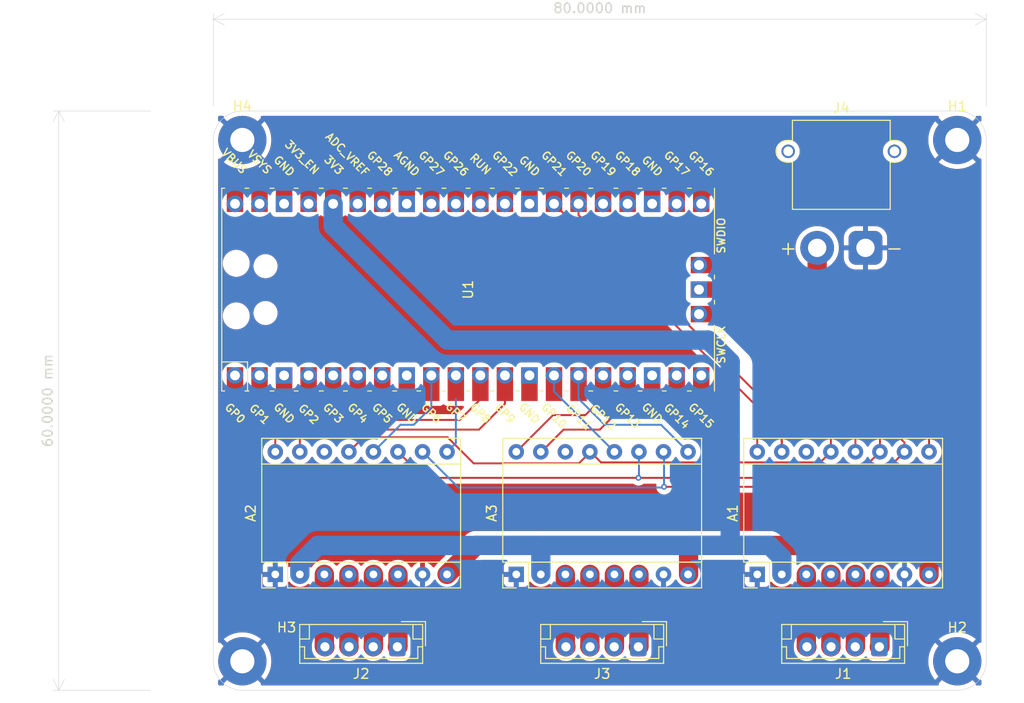
<source format=kicad_pcb>
(kicad_pcb (version 20241229) (generator "pcbnew") (generator_version "9.0")
  (layers (0 "F.Cu" signal) (2 "B.Cu" signal) (13 "F.Paste" user) (15 "B.Paste" user) (5 "F.SilkS" user "F.Silkscreen") (7 "B.SilkS" user "B.Silkscreen") (1 "F.Mask" user) (3 "B.Mask" user) (25 "Edge.Cuts" user))
  (net 0 "")
  (net 31 "Net-(A1-1A)")
  (net 32 "Net-(A1-1B)")
  (net 33 "/MOSI")
  (net 34 "GND")
  (net 35 "Net-(A1-2A)")
  (net 36 "/STEP_X")
  (net 37 "VDD")
  (net 38 "/ENA_X")
  (net 39 "VMOT")
  (net 40 "/DIR_X")
  (net 41 "/MISO")
  (net 42 "/CS_X")
  (net 43 "Net-(A1-2B)")
  (net 44 "/SCK")
  (net 45 "/CS_Y")
  (net 46 "/DIR_Y")
  (net 47 "Net-(A2-2A)")
  (net 48 "/ENA_Y")
  (net 49 "Net-(A2-1A)")
  (net 50 "/STEP_Y")
  (net 51 "Net-(A2-1B)")
  (net 52 "Net-(A2-2B)")
  (net 53 "Net-(A3-1A)")
  (net 54 "/STEP_Z")
  (net 55 "/DIR_Z")
  (net 56 "Net-(A3-2B)")
  (net 57 "/CS_Z")
  (net 58 "Net-(A3-2A)")
  (net 59 "Net-(A3-1B)")
  (net 60 "/ENA_Z")
  (footprint "Connector_AMASS:AMASS_XT30PW-M_1x02_P2.50mm_Horizontal" (layer "F.Cu") (at 183.5 124.175)
    (property "Reference" "J4" (at -2.5 -14.5 0) (layer "F.SilkS"))
    (property "Value" "Conn_01x02_Pin")
    (fp_text user "+" (at -8 0 0) (layer "F.SilkS") (effects (font (size 1.5 1.5))))
    (fp_text user "-" (at 3 0 0) (layer "F.SilkS") (effects (font (size 1.5 1.5))))
    (pad "" thru_hole circle (at -8 -10) (size 1.4 1.4) (drill 1) (layers "*.Cu" "*.Mask"))
    (pad "" thru_hole circle (at 3 -10) (size 1.4 1.4) (drill 1) (layers "*.Cu" "*.Mask"))
    (pad "1" thru_hole roundrect (at 0 0) (size 3.5 3.5) (drill 1.9) (layers "*.Cu" "*.Mask") (roundrect_rratio 0.22) (net 34 "GND"))
    (pad "2" thru_hole circle (at -5 0) (size 3.5 3.5) (drill 1.9) (layers "*.Cu" "*.Mask") (net 39 "VMOT"))
  )
  (footprint "Module:Pololu_Breakout-16_15.2x20.3mm" (layer "F.Cu") (at 147.355 158 90)
    (property "Reference" "A3" (at 6.35 -2.54 90) (layer "F.SilkS"))
    (property "Value" "SilentStepStick-TMC2130")
    (pad "1" thru_hole rect (at 0 0 90) (size 1.6 1.6) (drill 0.8) (layers "*.Cu" "*.Mask") (net 34 "GND"))
    (pad "2" thru_hole oval (at 0 2.54 90) (size 1.6 1.6) (drill 0.8) (layers "*.Cu" "*.Mask") (net 37 "VDD"))
    (pad "3" thru_hole oval (at 0 5.08 90) (size 1.6 1.6) (drill 0.8) (layers "*.Cu" "*.Mask") (net 59 "Net-(A3-1B)"))
    (pad "4" thru_hole oval (at 0 7.62 90) (size 1.6 1.6) (drill 0.8) (layers "*.Cu" "*.Mask") (net 53 "Net-(A3-1A)"))
    (pad "5" thru_hole oval (at 0 10.16 90) (size 1.6 1.6) (drill 0.8) (layers "*.Cu" "*.Mask") (net 58 "Net-(A3-2A)"))
    (pad "6" thru_hole oval (at 0 12.7 90) (size 1.6 1.6) (drill 0.8) (layers "*.Cu" "*.Mask") (net 56 "Net-(A3-2B)"))
    (pad "7" thru_hole oval (at 0 15.24 90) (size 1.6 1.6) (drill 0.8) (layers "*.Cu" "*.Mask") (net 34 "GND"))
    (pad "8" thru_hole oval (at 0 17.78 90) (size 1.6 1.6) (drill 0.8) (layers "*.Cu" "*.Mask") (net 39 "VMOT"))
    (pad "9" thru_hole oval (at 12.7 17.78 90) (size 1.6 1.6) (drill 0.8) (layers "*.Cu" "*.Mask") (net 60 "/ENA_Z"))
    (pad "10" thru_hole oval (at 12.7 15.24 90) (size 1.6 1.6) (drill 0.8) (layers "*.Cu" "*.Mask") (net 33 "/MOSI"))
    (pad "11" thru_hole oval (at 12.7 12.7 90) (size 1.6 1.6) (drill 0.8) (layers "*.Cu" "*.Mask") (net 44 "/SCK"))
    (pad "12" thru_hole oval (at 12.7 10.16 90) (size 1.6 1.6) (drill 0.8) (layers "*.Cu" "*.Mask") (net 57 "/CS_Z"))
    (pad "13" thru_hole oval (at 12.7 7.62 90) (size 1.6 1.6) (drill 0.8) (layers "*.Cu" "*.Mask") (net 41 "/MISO"))
    (pad "14" thru_hole oval (at 12.7 5.08 90) (size 1.6 1.6) (drill 0.8) (layers "*.Cu" "*.Mask"))
    (pad "15" thru_hole oval (at 12.7 2.54 90) (size 1.6 1.6) (drill 0.8) (layers "*.Cu" "*.Mask") (net 54 "/STEP_Z"))
    (pad "16" thru_hole oval (at 12.7 0 90) (size 1.6 1.6) (drill 0.8) (layers "*.Cu" "*.Mask") (net 55 "/DIR_Z"))
  )
  (footprint "Connector_JST:JST_EH_B4B-EH-A_1x04_P2.50mm_Vertical" (layer "F.Cu") (at 135.05 165.5 180)
    (property "Reference" "J2" (at 3.75 -2.8 0) (layer "F.SilkS"))
    (property "Value" "Conn_01x04_Pin")
    (pad "1" thru_hole roundrect (at 0 0 180) (size 1.7 1.95) (drill 0.95) (layers "*.Cu" "*.Mask") (roundrect_rratio 0.147059) (net 52 "Net-(A2-2B)"))
    (pad "2" thru_hole oval (at 2.5 0 180) (size 1.7 1.95) (drill 0.95) (layers "*.Cu" "*.Mask") (net 47 "Net-(A2-2A)"))
    (pad "3" thru_hole oval (at 5 0 180) (size 1.7 1.95) (drill 0.95) (layers "*.Cu" "*.Mask") (net 49 "Net-(A2-1A)"))
    (pad "4" thru_hole oval (at 7.5 0 180) (size 1.7 1.95) (drill 0.95) (layers "*.Cu" "*.Mask") (net 51 "Net-(A2-1B)"))
  )
  (footprint "MountingHole:MountingHole_2.5mm_Pad_TopBottom" (layer "F.Cu") (at 193 167)
    (property "Reference" "H2" (at 0 -3.5 0) (layer "F.SilkS"))
    (property "Value" "MountingHole_Pad")
    (pad "1" thru_hole circle (at 0 0) (size 2.9 2.9) (drill 2.5) (layers "*.Cu" "*.Mask") (net 34 "GND"))
    (pad "1" connect circle (at 0 0) (size 5 5) (layers "F.Cu" "F.Mask") (net 34 "GND"))
    (pad "1" connect circle (at 0 0) (size 5 5) (layers "B.Cu" "B.Mask") (net 34 "GND"))
  )
  (footprint "MountingHole:MountingHole_2.5mm_Pad_TopBottom" (layer "F.Cu") (at 193 113)
    (property "Reference" "H1" (at 0 -3.5 0) (layer "F.SilkS"))
    (property "Value" "MountingHole_Pad")
    (pad "1" thru_hole circle (at 0 0) (size 2.9 2.9) (drill 2.5) (layers "*.Cu" "*.Mask") (net 34 "GND"))
    (pad "1" connect circle (at 0 0) (size 5 5) (layers "F.Cu" "F.Mask") (net 34 "GND"))
    (pad "1" connect circle (at 0 0) (size 5 5) (layers "B.Cu" "B.Mask") (net 34 "GND"))
  )
  (footprint "Module:Pololu_Breakout-16_15.2x20.3mm" (layer "F.Cu") (at 122.41 158 90)
    (property "Reference" "A2" (at 6.35 -2.54 90) (layer "F.SilkS"))
    (property "Value" "SilentStepStick-TMC2130")
    (pad "1" thru_hole rect (at 0 0 90) (size 1.6 1.6) (drill 0.8) (layers "*.Cu" "*.Mask") (net 34 "GND"))
    (pad "2" thru_hole oval (at 0 2.54 90) (size 1.6 1.6) (drill 0.8) (layers "*.Cu" "*.Mask") (net 37 "VDD"))
    (pad "3" thru_hole oval (at 0 5.08 90) (size 1.6 1.6) (drill 0.8) (layers "*.Cu" "*.Mask") (net 51 "Net-(A2-1B)"))
    (pad "4" thru_hole oval (at 0 7.62 90) (size 1.6 1.6) (drill 0.8) (layers "*.Cu" "*.Mask") (net 49 "Net-(A2-1A)"))
    (pad "5" thru_hole oval (at 0 10.16 90) (size 1.6 1.6) (drill 0.8) (layers "*.Cu" "*.Mask") (net 47 "Net-(A2-2A)"))
    (pad "6" thru_hole oval (at 0 12.7 90) (size 1.6 1.6) (drill 0.8) (layers "*.Cu" "*.Mask") (net 52 "Net-(A2-2B)"))
    (pad "7" thru_hole oval (at 0 15.24 90) (size 1.6 1.6) (drill 0.8) (layers "*.Cu" "*.Mask") (net 34 "GND"))
    (pad "8" thru_hole oval (at 0 17.78 90) (size 1.6 1.6) (drill 0.8) (layers "*.Cu" "*.Mask") (net 39 "VMOT"))
    (pad "9" thru_hole oval (at 12.7 17.78 90) (size 1.6 1.6) (drill 0.8) (layers "*.Cu" "*.Mask") (net 48 "/ENA_Y"))
    (pad "10" thru_hole oval (at 12.7 15.24 90) (size 1.6 1.6) (drill 0.8) (layers "*.Cu" "*.Mask") (net 33 "/MOSI"))
    (pad "11" thru_hole oval (at 12.7 12.7 90) (size 1.6 1.6) (drill 0.8) (layers "*.Cu" "*.Mask") (net 44 "/SCK"))
    (pad "12" thru_hole oval (at 12.7 10.16 90) (size 1.6 1.6) (drill 0.8) (layers "*.Cu" "*.Mask") (net 45 "/CS_Y"))
    (pad "13" thru_hole oval (at 12.7 7.62 90) (size 1.6 1.6) (drill 0.8) (layers "*.Cu" "*.Mask") (net 41 "/MISO"))
    (pad "14" thru_hole oval (at 12.7 5.08 90) (size 1.6 1.6) (drill 0.8) (layers "*.Cu" "*.Mask"))
    (pad "15" thru_hole oval (at 12.7 2.54 90) (size 1.6 1.6) (drill 0.8) (layers "*.Cu" "*.Mask") (net 50 "/STEP_Y"))
    (pad "16" thru_hole oval (at 12.7 0 90) (size 1.6 1.6) (drill 0.8) (layers "*.Cu" "*.Mask") (net 46 "/DIR_Y"))
  )
  (footprint "MountingHole:MountingHole_2.5mm_Pad_TopBottom" (layer "F.Cu") (at 119 113)
    (property "Reference" "H4" (at 0 -3.5 0) (layer "F.SilkS"))
    (property "Value" "MountingHole_Pad")
    (pad "1" thru_hole circle (at 0 0) (size 2.9 2.9) (drill 2.5) (layers "*.Cu" "*.Mask") (net 34 "GND"))
    (pad "1" connect circle (at 0 0) (size 5 5) (layers "F.Cu" "F.Mask") (net 34 "GND"))
    (pad "1" connect circle (at 0 0) (size 5 5) (layers "B.Cu" "B.Mask") (net 34 "GND"))
  )
  (footprint "Connector_JST:JST_EH_B4B-EH-A_1x04_P2.50mm_Vertical" (layer "F.Cu") (at 159.995 165.5 180)
    (property "Reference" "J3" (at 3.75 -2.8 0) (layer "F.SilkS"))
    (property "Value" "Conn_01x04_Pin")
    (pad "1" thru_hole roundrect (at 0 0 180) (size 1.7 1.95) (drill 0.95) (layers "*.Cu" "*.Mask") (roundrect_rratio 0.147059) (net 56 "Net-(A3-2B)"))
    (pad "2" thru_hole oval (at 2.5 0 180) (size 1.7 1.95) (drill 0.95) (layers "*.Cu" "*.Mask") (net 58 "Net-(A3-2A)"))
    (pad "3" thru_hole oval (at 5 0 180) (size 1.7 1.95) (drill 0.95) (layers "*.Cu" "*.Mask") (net 53 "Net-(A3-1A)"))
    (pad "4" thru_hole oval (at 7.5 0 180) (size 1.7 1.95) (drill 0.95) (layers "*.Cu" "*.Mask") (net 59 "Net-(A3-1B)"))
  )
  (footprint "MountingHole:MountingHole_2.5mm_Pad_TopBottom" (layer "F.Cu") (at 119 167)
    (property "Reference" "H3" (at 4.58 -3.5 0) (layer "F.SilkS"))
    (property "Value" "MountingHole_Pad")
    (pad "1" thru_hole circle (at 0 0) (size 2.9 2.9) (drill 2.5) (layers "*.Cu" "*.Mask") (net 34 "GND"))
    (pad "1" connect circle (at 0 0) (size 5 5) (layers "F.Cu" "F.Mask") (net 34 "GND"))
    (pad "1" connect circle (at 0 0) (size 5 5) (layers "B.Cu" "B.Mask") (net 34 "GND"))
  )
  (footprint "Module:Pololu_Breakout-16_15.2x20.3mm" (layer "F.Cu") (at 172.3 158 90)
    (property "Reference" "A1" (at 6.35 -2.54 90) (layer "F.SilkS"))
    (property "Value" "SilentStepStick-TMC2130")
    (pad "1" thru_hole rect (at 0 0 90) (size 1.6 1.6) (drill 0.8) (layers "*.Cu" "*.Mask") (net 34 "GND"))
    (pad "2" thru_hole oval (at 0 2.54 90) (size 1.6 1.6) (drill 0.8) (layers "*.Cu" "*.Mask") (net 37 "VDD"))
    (pad "3" thru_hole oval (at 0 5.08 90) (size 1.6 1.6) (drill 0.8) (layers "*.Cu" "*.Mask") (net 32 "Net-(A1-1B)"))
    (pad "4" thru_hole oval (at 0 7.62 90) (size 1.6 1.6) (drill 0.8) (layers "*.Cu" "*.Mask") (net 31 "Net-(A1-1A)"))
    (pad "5" thru_hole oval (at 0 10.16 90) (size 1.6 1.6) (drill 0.8) (layers "*.Cu" "*.Mask") (net 35 "Net-(A1-2A)"))
    (pad "6" thru_hole oval (at 0 12.7 90) (size 1.6 1.6) (drill 0.8) (layers "*.Cu" "*.Mask") (net 43 "Net-(A1-2B)"))
    (pad "7" thru_hole oval (at 0 15.24 90) (size 1.6 1.6) (drill 0.8) (layers "*.Cu" "*.Mask") (net 34 "GND"))
    (pad "8" thru_hole oval (at 0 17.78 90) (size 1.6 1.6) (drill 0.8) (layers "*.Cu" "*.Mask") (net 39 "VMOT"))
    (pad "9" thru_hole oval (at 12.7 17.78 90) (size 1.6 1.6) (drill 0.8) (layers "*.Cu" "*.Mask") (net 38 "/ENA_X"))
    (pad "10" thru_hole oval (at 12.7 15.24 90) (size 1.6 1.6) (drill 0.8) (layers "*.Cu" "*.Mask") (net 33 "/MOSI"))
    (pad "11" thru_hole oval (at 12.7 12.7 90) (size 1.6 1.6) (drill 0.8) (layers "*.Cu" "*.Mask") (net 44 "/SCK"))
    (pad "12" thru_hole oval (at 12.7 10.16 90) (size 1.6 1.6) (drill 0.8) (layers "*.Cu" "*.Mask") (net 42 "/CS_X"))
    (pad "13" thru_hole oval (at 12.7 7.62 90) (size 1.6 1.6) (drill 0.8) (layers "*.Cu" "*.Mask") (net 41 "/MISO"))
    (pad "14" thru_hole oval (at 12.7 5.08 90) (size 1.6 1.6) (drill 0.8) (layers "*.Cu" "*.Mask"))
    (pad "15" thru_hole oval (at 12.7 2.54 90) (size 1.6 1.6) (drill 0.8) (layers "*.Cu" "*.Mask") (net 36 "/STEP_X"))
    (pad "16" thru_hole oval (at 12.7 0 90) (size 1.6 1.6) (drill 0.8) (layers "*.Cu" "*.Mask") (net 40 "/DIR_X"))
  )
  (footprint "Connector_JST:JST_EH_B4B-EH-A_1x04_P2.50mm_Vertical" (layer "F.Cu") (at 184.94 165.5 180)
    (property "Reference" "J1" (at 3.75 -2.8 0) (layer "F.SilkS"))
    (property "Value" "Conn_01x04_Pin")
    (pad "1" thru_hole roundrect (at 0 0 180) (size 1.7 1.95) (drill 0.95) (layers "*.Cu" "*.Mask") (roundrect_rratio 0.147059) (net 43 "Net-(A1-2B)"))
    (pad "2" thru_hole oval (at 2.5 0 180) (size 1.7 1.95) (drill 0.95) (layers "*.Cu" "*.Mask") (net 35 "Net-(A1-2A)"))
    (pad "3" thru_hole oval (at 5 0 180) (size 1.7 1.95) (drill 0.95) (layers "*.Cu" "*.Mask") (net 31 "Net-(A1-1A)"))
    (pad "4" thru_hole oval (at 7.5 0 180) (size 1.7 1.95) (drill 0.95) (layers "*.Cu" "*.Mask") (net 32 "Net-(A1-1B)"))
  )
  (footprint "MCU_RaspberryPi_and_Boards:RPi_Pico_SMD_TH" (layer "F.Cu") (at 142.37 128.5 90)
    (property "Reference" "U1" (at 0 0 90) (layer "F.SilkS"))
    (property "Value" "Pico")
    (fp_text user "GP13" (at -13.054 16.51 135) (layer "F.SilkS") (effects (font (size 0.8 0.8))))
    (fp_text user "GND" (at 12.8 19.05 135) (layer "F.SilkS") (effects (font (size 0.8 0.8))))
    (fp_text user "GP22" (at 13.054 3.81 135) (layer "F.SilkS") (effects (font (size 0.8 0.8))))
    (fp_text user "AGND" (at 13.054 -6.35 135) (layer "F.SilkS") (effects (font (size 0.8 0.8))))
    (fp_text user "GP15" (at -13.054 24.13 135) (layer "F.SilkS") (effects (font (size 0.8 0.8))))
    (fp_text user "3V3_EN" (at 13.7 -17.2 135) (layer "F.SilkS") (effects (font (size 0.8 0.8))))
    (fp_text user "GP9" (at -12.8 3.81 135) (layer "F.SilkS") (effects (font (size 0.8 0.8))))
    (fp_text user "GND" (at -12.8 6.35 135) (layer "F.SilkS") (effects (font (size 0.8 0.8))))
    (fp_text user "GP27" (at 13.054 -3.8 135) (layer "F.SilkS") (effects (font (size 0.8 0.8))))
    (fp_text user "GND" (at 12.8 -19.05 135) (layer "F.SilkS") (effects (font (size 0.8 0.8))))
    (fp_text user "GP7" (at -12.7 -1.3 135) (layer "F.SilkS") (effects (font (size 0.8 0.8))))
    (fp_text user "GND" (at -12.8 -6.35 135) (layer "F.SilkS") (effects (font (size 0.8 0.8))))
    (fp_text user "GP19" (at 13.054 13.97 135) (layer "F.SilkS") (effects (font (size 0.8 0.8))))
    (fp_text user "GND" (at -12.8 19.05 135) (layer "F.SilkS") (effects (font (size 0.8 0.8))))
    (fp_text user "GP4" (at -12.8 -11.43 135) (layer "F.SilkS") (effects (font (size 0.8 0.8))))
    (fp_text user "VBUS" (at 13.3 -24.2 135) (layer "F.SilkS") (effects (font (size 0.8 0.8))))
    (fp_text user "GP0" (at -12.8 -24.13 135) (layer "F.SilkS") (effects (font (size 0.8 0.8))))
    (fp_text user "GP8" (at -12.8 1.27 135) (layer "F.SilkS") (effects (font (size 0.8 0.8))))
    (fp_text user "GND" (at -12.8 -19.05 135) (layer "F.SilkS") (effects (font (size 0.8 0.8))))
    (fp_text user "GP3" (at -12.8 -13.97 135) (layer "F.SilkS") (effects (font (size 0.8 0.8))))
    (fp_text user "SWCLK" (at -5.7 26.2 90) (layer "F.SilkS") (effects (font (size 0.8 0.8))))
    (fp_text user "GP16" (at 13.054 24.13 135) (layer "F.SilkS") (effects (font (size 0.8 0.8))))
    (fp_text user "GP26" (at 13.054 -1.27 135) (layer "F.SilkS") (effects (font (size 0.8 0.8))))
    (fp_text user "GP14" (at -13.1 21.59 135) (layer "F.SilkS") (effects (font (size 0.8 0.8))))
    (fp_text user "RUN" (at 13 1.27 135) (layer "F.SilkS") (effects (font (size 0.8 0.8))))
    (fp_text user "GP17" (at 13.054 21.59 135) (layer "F.SilkS") (effects (font (size 0.8 0.8))))
    (fp_text user "GP28" (at 13.054 -9.144 135) (layer "F.SilkS") (effects (font (size 0.8 0.8))))
    (fp_text user "GP12" (at -13.2 13.97 135) (layer "F.SilkS") (effects (font (size 0.8 0.8))))
    (fp_text user "SWDIO" (at 5.6 26.2 90) (layer "F.SilkS") (effects (font (size 0.8 0.8))))
    (fp_text user "VSYS" (at 13.2 -21.59 135) (layer "F.SilkS") (effects (font (size 0.8 0.8))))
    (fp_text user "GP2" (at -12.9 -16.51 135) (layer "F.SilkS") (effects (font (size 0.8 0.8))))
    (fp_text user "GP18" (at 13.054 16.51 135) (layer "F.SilkS") (effects (font (size 0.8 0.8))))
    (fp_text user "GP11" (at -13.2 11.43 135) (layer "F.SilkS") (effects (font (size 0.8 0.8))))
    (fp_text user "GND" (at 12.8 6.35 135) (layer "F.SilkS") (effects (font (size 0.8 0.8))))
    (fp_text user "GP6" (at -12.8 -3.81 135) (layer "F.SilkS") (effects (font (size 0.8 0.8))))
    (fp_text user "ADC_VREF" (at 14 -12.5 135) (layer "F.SilkS") (effects (font (size 0.8 0.8))))
    (fp_text user "GP5" (at -12.8 -8.89 135) (layer "F.SilkS") (effects (font (size 0.8 0.8))))
    (fp_text user "GP21" (at 13.054 8.9 135) (layer "F.SilkS") (effects (font (size 0.8 0.8))))
    (fp_text user "GP10" (at -13.054 8.89 135) (layer "F.SilkS") (effects (font (size 0.8 0.8))))
    (fp_text user "GP20" (at 13.054 11.43 135) (layer "F.SilkS") (effects (font (size 0.8 0.8))))
    (fp_text user "3V3" (at 12.9 -13.9 135) (layer "F.SilkS") (effects (font (size 0.8 0.8))))
    (fp_text user "GP1" (at -12.9 -21.6 135) (layer "F.SilkS") (effects (font (size 0.8 0.8))))
    (pad "" np_thru_hole oval (at -2.725 -24 90) (size 1.8 1.8) (drill 1.8) (layers "*.Cu" "*.Mask"))
    (pad "" np_thru_hole oval (at -2.425 -20.97 90) (size 1.5 1.5) (drill 1.5) (layers "*.Cu" "*.Mask"))
    (pad "" np_thru_hole oval (at 2.425 -20.97 90) (size 1.5 1.5) (drill 1.5) (layers "*.Cu" "*.Mask"))
    (pad "" np_thru_hole oval (at 2.725 -24 90) (size 1.8 1.8) (drill 1.8) (layers "*.Cu" "*.Mask"))
    (pad "1" thru_hole oval (at -8.89 -24.13 90) (size 1.7 1.7) (drill 1.02) (layers "*.Cu" "*.Mask"))
    (pad "1" smd rect (at -8.89 -24.13 90) (size 3.5 1.7) (drill (offset -0.9 0)) (layers "F.Cu" "F.Mask"))
    (pad "2" thru_hole oval (at -8.89 -21.59 90) (size 1.7 1.7) (drill 1.02) (layers "*.Cu" "*.Mask"))
    (pad "2" smd rect (at -8.89 -21.59 90) (size 3.5 1.7) (drill (offset -0.9 0)) (layers "F.Cu" "F.Mask"))
    (pad "3" thru_hole rect (at -8.89 -19.05 90) (size 1.7 1.7) (drill 1.02) (layers "*.Cu" "*.Mask"))
    (pad "3" smd rect (at -8.89 -19.05 90) (size 3.5 1.7) (drill (offset -0.9 0)) (layers "F.Cu" "F.Mask"))
    (pad "4" thru_hole oval (at -8.89 -16.51 90) (size 1.7 1.7) (drill 1.02) (layers "*.Cu" "*.Mask"))
    (pad "4" smd rect (at -8.89 -16.51 90) (size 3.5 1.7) (drill (offset -0.9 0)) (layers "F.Cu" "F.Mask"))
    (pad "5" thru_hole oval (at -8.89 -13.97 90) (size 1.7 1.7) (drill 1.02) (layers "*.Cu" "*.Mask"))
    (pad "5" smd rect (at -8.89 -13.97 90) (size 3.5 1.7) (drill (offset -0.9 0)) (layers "F.Cu" "F.Mask"))
    (pad "6" thru_hole oval (at -8.89 -11.43 90) (size 1.7 1.7) (drill 1.02) (layers "*.Cu" "*.Mask"))
    (pad "6" smd rect (at -8.89 -11.43 90) (size 3.5 1.7) (drill (offset -0.9 0)) (layers "F.Cu" "F.Mask"))
    (pad "7" thru_hole oval (at -8.89 -8.89 90) (size 1.7 1.7) (drill 1.02) (layers "*.Cu" "*.Mask"))
    (pad "7" smd rect (at -8.89 -8.89 90) (size 3.5 1.7) (drill (offset -0.9 0)) (layers "F.Cu" "F.Mask"))
    (pad "8" thru_hole rect (at -8.89 -6.35 90) (size 1.7 1.7) (drill 1.02) (layers "*.Cu" "*.Mask"))
    (pad "8" smd rect (at -8.89 -6.35 90) (size 3.5 1.7) (drill (offset -0.9 0)) (layers "F.Cu" "F.Mask"))
    (pad "9" thru_hole oval (at -8.89 -3.81 90) (size 1.7 1.7) (drill 1.02) (layers "*.Cu" "*.Mask") (net 45 "/CS_Y"))
    (pad "9" smd rect (at -8.89 -3.81 90) (size 3.5 1.7) (drill (offset -0.9 0)) (layers "F.Cu" "F.Mask") (net 45 "/CS_Y"))
    (pad "10" thru_hole oval (at -8.89 -1.27 90) (size 1.7 1.7) (drill 1.02) (layers "*.Cu" "*.Mask") (net 48 "/ENA_Y"))
    (pad "10" smd rect (at -8.89 -1.27 90) (size 3.5 1.7) (drill (offset -0.9 0)) (layers "F.Cu" "F.Mask") (net 48 "/ENA_Y"))
    (pad "11" thru_hole oval (at -8.89 1.27 90) (size 1.7 1.7) (drill 1.02) (layers "*.Cu" "*.Mask") (net 46 "/DIR_Y"))
    (pad "11" smd rect (at -8.89 1.27 90) (size 3.5 1.7) (drill (offset -0.9 0)) (layers "F.Cu" "F.Mask") (net 46 "/DIR_Y"))
    (pad "12" thru_hole oval (at -8.89 3.81 90) (size 1.7 1.7) (drill 1.02) (layers "*.Cu" "*.Mask") (net 50 "/STEP_Y"))
    (pad "12" smd rect (at -8.89 3.81 90) (size 3.5 1.7) (drill (offset -0.9 0)) (layers "F.Cu" "F.Mask") (net 50 "/STEP_Y"))
    (pad "13" thru_hole rect (at -8.89 6.35 90) (size 1.7 1.7) (drill 1.02) (layers "*.Cu" "*.Mask"))
    (pad "13" smd rect (at -8.89 6.35 90) (size 3.5 1.7) (drill (offset -0.9 0)) (layers "F.Cu" "F.Mask"))
    (pad "14" thru_hole oval (at -8.89 8.89 90) (size 1.7 1.7) (drill 1.02) (layers "*.Cu" "*.Mask") (net 57 "/CS_Z"))
    (pad "14" smd rect (at -8.89 8.89 90) (size 3.5 1.7) (drill (offset -0.9 0)) (layers "F.Cu" "F.Mask") (net 57 "/CS_Z"))
    (pad "15" thru_hole oval (at -8.89 11.43 90) (size 1.7 1.7) (drill 1.02) (layers "*.Cu" "*.Mask") (net 60 "/ENA_Z"))
    (pad "15" smd rect (at -8.89 11.43 90) (size 3.5 1.7) (drill (offset -0.9 0)) (layers "F.Cu" "F.Mask") (net 60 "/ENA_Z"))
    (pad "16" thru_hole oval (at -8.89 13.97 90) (size 1.7 1.7) (drill 1.02) (layers "*.Cu" "*.Mask") (net 55 "/DIR_Z"))
    (pad "16" smd rect (at -8.89 13.97 90) (size 3.5 1.7) (drill (offset -0.9 0)) (layers "F.Cu" "F.Mask") (net 55 "/DIR_Z"))
    (pad "17" thru_hole oval (at -8.89 16.51 90) (size 1.7 1.7) (drill 1.02) (layers "*.Cu" "*.Mask") (net 54 "/STEP_Z"))
    (pad "17" smd rect (at -8.89 16.51 90) (size 3.5 1.7) (drill (offset -0.9 0)) (layers "F.Cu" "F.Mask") (net 54 "/STEP_Z"))
    (pad "18" thru_hole rect (at -8.89 19.05 90) (size 1.7 1.7) (drill 1.02) (layers "*.Cu" "*.Mask"))
    (pad "18" smd rect (at -8.89 19.05 90) (size 3.5 1.7) (drill (offset -0.9 0)) (layers "F.Cu" "F.Mask"))
    (pad "19" thru_hole oval (at -8.89 21.59 90) (size 1.7 1.7) (drill 1.02) (layers "*.Cu" "*.Mask"))
    (pad "19" smd rect (at -8.89 21.59 90) (size 3.5 1.7) (drill (offset -0.9 0)) (layers "F.Cu" "F.Mask"))
    (pad "20" thru_hole oval (at -8.89 24.13 90) (size 1.7 1.7) (drill 1.02) (layers "*.Cu" "*.Mask"))
    (pad "20" smd rect (at -8.89 24.13 90) (size 3.5 1.7) (drill (offset -0.9 0)) (layers "F.Cu" "F.Mask"))
    (pad "21" thru_hole oval (at 8.89 24.13 90) (size 1.7 1.7) (drill 1.02) (layers "*.Cu" "*.Mask") (net 41 "/MISO"))
    (pad "21" smd rect (at 8.89 24.13 90) (size 3.5 1.7) (drill (offset 0.9 0)) (layers "F.Cu" "F.Mask") (net 41 "/MISO"))
    (pad "22" thru_hole oval (at 8.89 21.59 90) (size 1.7 1.7) (drill 1.02) (layers "*.Cu" "*.Mask") (net 42 "/CS_X"))
    (pad "22" smd rect (at 8.89 21.59 90) (size 3.5 1.7) (drill (offset 0.9 0)) (layers "F.Cu" "F.Mask") (net 42 "/CS_X"))
    (pad "23" thru_hole rect (at 8.89 19.05 90) (size 1.7 1.7) (drill 1.02) (layers "*.Cu" "*.Mask"))
    (pad "23" smd rect (at 8.89 19.05 90) (size 3.5 1.7) (drill (offset 0.9 0)) (layers "F.Cu" "F.Mask"))
    (pad "24" thru_hole oval (at 8.89 16.51 90) (size 1.7 1.7) (drill 1.02) (layers "*.Cu" "*.Mask") (net 44 "/SCK"))
    (pad "24" smd rect (at 8.89 16.51 90) (size 3.5 1.7) (drill (offset 0.9 0)) (layers "F.Cu" "F.Mask") (net 44 "/SCK"))
    (pad "25" thru_hole oval (at 8.89 13.97 90) (size 1.7 1.7) (drill 1.02) (layers "*.Cu" "*.Mask") (net 33 "/MOSI"))
    (pad "25" smd rect (at 8.89 13.97 90) (size 3.5 1.7) (drill (offset 0.9 0)) (layers "F.Cu" "F.Mask") (net 33 "/MOSI"))
    (pad "26" thru_hole oval (at 8.89 11.43 90) (size 1.7 1.7) (drill 1.02) (layers "*.Cu" "*.Mask") (net 36 "/STEP_X"))
    (pad "26" smd rect (at 8.89 11.43 90) (size 3.5 1.7) (drill (offset 0.9 0)) (layers "F.Cu" "F.Mask") (net 36 "/STEP_X"))
    (pad "27" thru_hole oval (at 8.89 8.89 90) (size 1.7 1.7) (drill 1.02) (layers "*.Cu" "*.Mask") (net 40 "/DIR_X"))
    (pad "27" smd rect (at 8.89 8.89 90) (size 3.5 1.7) (drill (offset 0.9 0)) (layers "F.Cu" "F.Mask") (net 40 "/DIR_X"))
    (pad "28" thru_hole rect (at 8.89 6.35 90) (size 1.7 1.7) (drill 1.02) (layers "*.Cu" "*.Mask"))
    (pad "28" smd rect (at 8.89 6.35 90) (size 3.5 1.7) (drill (offset 0.9 0)) (layers "F.Cu" "F.Mask"))
    (pad "29" thru_hole oval (at 8.89 3.81 90) (size 1.7 1.7) (drill 1.02) (layers "*.Cu" "*.Mask") (net 38 "/ENA_X"))
    (pad "29" smd rect (at 8.89 3.81 90) (size 3.5 1.7) (drill (offset 0.9 0)) (layers "F.Cu" "F.Mask") (net 38 "/ENA_X"))
    (pad "30" thru_hole oval (at 8.89 1.27 90) (size 1.7 1.7) (drill 1.02) (layers "*.Cu" "*.Mask"))
    (pad "30" smd rect (at 8.89 1.27 90) (size 3.5 1.7) (drill (offset 0.9 0)) (layers "F.Cu" "F.Mask"))
    (pad "31" thru_hole oval (at 8.89 -1.27 90) (size 1.7 1.7) (drill 1.02) (layers "*.Cu" "*.Mask"))
    (pad "31" smd rect (at 8.89 -1.27 90) (size 3.5 1.7) (drill (offset 0.9 0)) (layers "F.Cu" "F.Mask"))
    (pad "32" thru_hole oval (at 8.89 -3.81 90) (size 1.7 1.7) (drill 1.02) (layers "*.Cu" "*.Mask"))
    (pad "32" smd rect (at 8.89 -3.81 90) (size 3.5 1.7) (drill (offset 0.9 0)) (layers "F.Cu" "F.Mask"))
    (pad "33" thru_hole rect (at 8.89 -6.35 90) (size 1.7 1.7) (drill 1.02) (layers "*.Cu" "*.Mask"))
    (pad "33" smd rect (at 8.89 -6.35 90) (size 3.5 1.7) (drill (offset 0.9 0)) (layers "F.Cu" "F.Mask"))
    (pad "34" thru_hole oval (at 8.89 -8.89 90) (size 1.7 1.7) (drill 1.02) (layers "*.Cu" "*.Mask"))
    (pad "34" smd rect (at 8.89 -8.89 90) (size 3.5 1.7) (drill (offset 0.9 0)) (layers "F.Cu" "F.Mask"))
    (pad "35" thru_hole oval (at 8.89 -11.43 90) (size 1.7 1.7) (drill 1.02) (layers "*.Cu" "*.Mask"))
    (pad "35" smd rect (at 8.89 -11.43 90) (size 3.5 1.7) (drill (offset 0.9 0)) (layers "F.Cu" "F.Mask"))
    (pad "36" thru_hole oval (at 8.89 -13.97 90) (size 1.7 1.7) (drill 1.02) (layers "*.Cu" "*.Mask") (net 37 "VDD"))
    (pad "36" smd rect (at 8.89 -13.97 90) (size 3.5 1.7) (drill (offset 0.9 0)) (layers "F.Cu" "F.Mask") (net 37 "VDD"))
    (pad "37" thru_hole oval (at 8.89 -16.51 90) (size 1.7 1.7) (drill 1.02) (layers "*.Cu" "*.Mask"))
    (pad "37" smd rect (at 8.89 -16.51 90) (size 3.5 1.7) (drill (offset 0.9 0)) (layers "F.Cu" "F.Mask"))
    (pad "38" thru_hole rect (at 8.89 -19.05 90) (size 1.7 1.7) (drill 1.02) (layers "*.Cu" "*.Mask"))
    (pad "38" smd rect (at 8.89 -19.05 90) (size 3.5 1.7) (drill (offset 0.9 0)) (layers "F.Cu" "F.Mask"))
    (pad "39" thru_hole oval (at 8.89 -21.59 90) (size 1.7 1.7) (drill 1.02) (layers "*.Cu" "*.Mask"))
    (pad "39" smd rect (at 8.89 -21.59 90) (size 3.5 1.7) (drill (offset 0.9 0)) (layers "F.Cu" "F.Mask"))
    (pad "40" thru_hole oval (at 8.89 -24.13 90) (size 1.7 1.7) (drill 1.02) (layers "*.Cu" "*.Mask"))
    (pad "40" smd rect (at 8.89 -24.13 90) (size 3.5 1.7) (drill (offset 0.9 0)) (layers "F.Cu" "F.Mask"))
    (pad "41" thru_hole oval (at -2.54 23.9 90) (size 1.7 1.7) (drill 1.02) (layers "*.Cu" "*.Mask"))
    (pad "41" smd rect (at -2.54 23.9 180) (size 3.5 1.7) (drill (offset -0.9 0)) (layers "F.Cu" "F.Mask"))
    (pad "42" thru_hole rect (at 0 23.9 90) (size 1.7 1.7) (drill 1.02) (layers "*.Cu" "*.Mask"))
    (pad "42" smd rect (at 0 23.9 180) (size 3.5 1.7) (drill (offset -0.9 0)) (layers "F.Cu" "F.Mask"))
    (pad "43" thru_hole oval (at 2.54 23.9 90) (size 1.7 1.7) (drill 1.02) (layers "*.Cu" "*.Mask"))
    (pad "43" smd rect (at 2.54 23.9 180) (size 3.5 1.7) (drill (offset -0.9 0)) (layers "F.Cu" "F.Mask"))
  )
  (gr_arc (start 116 113) (mid 116.87868 110.87868) (end 119 110) (stroke (width 0.05)) (layer "Edge.Cuts"))
  (gr_arc (start 196 167) (mid 195.12132 169.12132) (end 193 170) (stroke (width 0.05)) (layer "Edge.Cuts"))
  (gr_line (start 196 113) (end 196 167) (stroke (width 0.05)) (layer "Edge.Cuts"))
  (gr_line (start 119 110) (end 193 110) (stroke (width 0.05)) (layer "Edge.Cuts"))
  (gr_arc (start 193 110) (mid 195.12132 110.87868) (end 196 113) (stroke (width 0.05)) (layer "Edge.Cuts"))
  (gr_line (start 116 167) (end 116 113) (stroke (width 0.05)) (layer "Edge.Cuts"))
  (gr_arc (start 119 170) (mid 116.87868 169.12132) (end 116 167) (stroke (width 0.05)) (layer "Edge.Cuts"))
  (gr_line (start 193 170) (end 119 170) (stroke (width 0.05)) (layer "Edge.Cuts"))
  (dimension (type orthogonal) (layer "Edge.Cuts") (pts (xy 116 110) (xy 196 110)) (height -9.5) (orientation 0) (format (prefix "") (suffix "") (units 3) (units_format 1) (precision 4)) (style (thickness 0.05) (arrow_length 1.27) (text_position_mode 0) (arrow_direction outward) (extension_height 0.58642) (extension_offset 0.5) (keep_text_aligned yes)) (gr_text "80,0000 mm" (at 156 99.35 0) (layer "Edge.Cuts") (effects (font (size 1 1) (thickness 0.15)))))
  (dimension (type orthogonal) (layer "Edge.Cuts") (pts (xy 110 110) (xy 110 170)) (height -10) (orientation 1) (format (prefix "") (suffix "") (units 3) (units_format 1) (precision 4)) (style (thickness 0.05) (arrow_length 1.27) (text_position_mode 0) (arrow_direction outward) (extension_height 0.58642) (extension_offset 0.5) (keep_text_aligned yes)) (gr_text "60,0000 mm" (at 98.85 140 90) (layer "Edge.Cuts") (effects (font (size 1 1) (thickness 0.15)))))
  (segment (start 179.92 165.48) (end 179.94 165.5) (width 2) (layer "F.Cu") (net 31))
  (segment (start 179.92 158) (end 179.92 165.48) (width 2) (layer "F.Cu") (net 31))
  (segment (start 177.38 165.44) (end 177.44 165.5) (width 2) (layer "F.Cu") (net 32))
  (segment (start 177.38 158) (end 177.38 165.44) (width 2) (layer "F.Cu") (net 32))
  (segment (start 183.91 148.93) (end 187.54 145.3) (width 0.2) (layer "F.Cu") (net 33))
  (segment (start 171.501414 117.0671) (end 167.934314 113.5) (width 0.2) (layer "F.Cu") (net 33))
  (segment (start 162.65 148.93) (end 183.91 148.93) (width 0.2) (layer "F.Cu") (net 33))
  (segment (start 171.501414 128.304356) (end 171.501414 117.0671) (width 0.2) (layer "F.Cu") (net 33))
  (segment (start 156.34 114.16) (end 156.34 119.61) (width 0.2) (layer "F.Cu") (net 33))
  (segment (start 187.54 145.3) (end 187.54 144.342942) (width 0.2) (layer "F.Cu") (net 33))
  (segment (start 187.54 144.342942) (end 171.501414 128.304356) (width 0.2) (layer "F.Cu") (net 33))
  (segment (start 167.934314 113.5) (end 157 113.5) (width 0.2) (layer "F.Cu") (net 33))
  (segment (start 157 113.5) (end 156.34 114.16) (width 0.2) (layer "F.Cu") (net 33))
  (via (at 162.65 148.93) (size 0.6) (drill 0.3) (layers "F.Cu" "B.Cu") (net 33))
  (segment (start 162.65 145.3) (end 162.65 148.93) (width 0.2) (layer "B.Cu") (net 33))
  (segment (start 141.35 149) (end 162.58 149) (width 0.2) (layer "B.Cu") (net 33))
  (segment (start 137.65 145.3) (end 141.35 149) (width 0.2) (layer "B.Cu") (net 33))
  (segment (start 162.65 148.93) (end 162.58 149) (width 0.2) (layer "B.Cu") (net 33))
  (segment (start 162.65 148.93) (end 162.65 148.65) (width 0.2) (layer "B.Cu") (net 33))
  (segment (start 182.46 165.48) (end 182.44 165.5) (width 2) (layer "F.Cu") (net 35))
  (segment (start 182.46 158) (end 182.46 165.48) (width 2) (layer "F.Cu") (net 35))
  (segment (start 174.84 141.818) (end 153.8 120.778) (width 0.2) (layer "F.Cu") (net 36))
  (segment (start 174.84 145.3) (end 174.84 144.16863) (width 0.2) (layer "F.Cu") (net 36))
  (segment (start 174.84 145.3) (end 174.84 141.818) (width 0.2) (layer "F.Cu") (net 36))
  (segment (start 153.8 120.778) (end 153.8 119.61) (width 0.2) (layer "F.Cu") (net 36))
  (segment (start 174.84 144.16863) (end 174.793 144.12163) (width 0.2) (layer "F.Cu") (net 36))
  (segment (start 140.229 133.729) (end 128.4 121.9) (width 2) (layer "B.Cu") (net 37))
  (segment (start 124.95 156.86863) (end 126.81863 155) (width 2) (layer "B.Cu") (net 37))
  (segment (start 173.58 155) (end 174.84 156.26) (width 2) (layer "B.Cu") (net 37))
  (segment (start 174.84 156.26) (end 174.84 158) (width 2) (layer "B.Cu") (net 37))
  (segment (start 128.4 121.9) (end 128.4 119.61) (width 2) (layer "B.Cu") (net 37))
  (segment (start 173.58 155) (end 169.5 155) (width 2) (layer "B.Cu") (net 37))
  (segment (start 150.08 155) (end 173.58 155) (width 2) (layer "B.Cu") (net 37))
  (segment (start 167.229 133.729) (end 140.229 133.729) (width 2) (layer "B.Cu") (net 37))
  (segment (start 124.95 158) (end 124.95 156.86863) (width 2) (layer "B.Cu") (net 37))
  (segment (start 149.895 155.185) (end 150.08 155) (width 2) (layer "B.Cu") (net 37))
  (segment (start 169.5 155) (end 169.5 136) (width 2) (layer "B.Cu") (net 37))
  (segment (start 126.81863 155) (end 150.08 155) (width 2) (layer "B.Cu") (net 37))
  (segment (start 169.5 136) (end 167.229 133.729) (width 2) (layer "B.Cu") (net 37))
  (segment (start 149.895 158) (end 149.895 155.185) (width 2) (layer "B.Cu") (net 37))
  (segment (start 146.18 116.438) (end 149.618 113) (width 0.2) (layer "F.Cu") (net 38))
  (segment (start 168.001414 113) (end 171.902414 116.901) (width 0.2) (layer "F.Cu") (net 38))
  (segment (start 190.08 143.58) (end 190.08 145.3) (width 0.2) (layer "F.Cu") (net 38))
  (segment (start 149.618 113) (end 168.001414 113) (width 0.2) (layer "F.Cu") (net 38))
  (segment (start 171.902414 116.901) (end 171.902414 128.138256) (width 0.2) (layer "F.Cu") (net 38))
  (segment (start 171.902414 128.138256) (end 185.764158 142) (width 0.2) (layer "F.Cu") (net 38))
  (segment (start 190.08 145.3) (end 190.08 145.237256) (width 0.2) (layer "F.Cu") (net 38))
  (segment (start 188.5 142) (end 190.08 143.58) (width 0.2) (layer "F.Cu") (net 38))
  (segment (start 185.764158 142) (end 188.5 142) (width 0.2) (layer "F.Cu") (net 38))
  (segment (start 146.18 119.61) (end 146.18 116.438) (width 0.2) (layer "F.Cu") (net 38))
  (segment (start 192.58 152.5) (end 190.08 155) (width 2) (layer "F.Cu") (net 39))
  (segment (start 178.5 127.5) (end 192.58 141.58) (width 2) (layer "F.Cu") (net 39))
  (segment (start 165.19 155) (end 165.19 158) (width 2) (layer "F.Cu") (net 39))
  (segment (start 192.58 141.58) (end 192.58 152.5) (width 2) (layer "F.Cu") (net 39))
  (segment (start 168.19 155) (end 165.19 155) (width 2) (layer "F.Cu") (net 39))
  (segment (start 190.08 155) (end 190.08 158) (width 2) (layer "F.Cu") (net 39))
  (segment (start 178.5 124.175) (end 178.5 127.5) (width 2) (layer "F.Cu") (net 39))
  (segment (start 143.19 155) (end 140.19 158) (width 2) (layer "F.Cu") (net 39))
  (segment (start 168.19 155) (end 143.19 155) (width 2) (layer "F.Cu") (net 39))
  (segment (start 190.08 155) (end 168.19 155) (width 2) (layer "F.Cu") (net 39))
  (segment (start 172.3 140.65) (end 172.3 145.3) (width 0.2) (layer "F.Cu") (net 40))
  (segment (start 151.26 119.61) (end 172.3 140.65) (width 0.2) (layer "F.Cu") (net 40))
  (segment (start 156.131 146.401) (end 155.03 145.3) (width 0.2) (layer "F.Cu") (net 41))
  (segment (start 179.92 138.42) (end 170.3 128.8) (width 0.2) (layer "F.Cu") (net 41))
  (segment (start 170.3 119.8) (end 168.5 118) (width 0.2) (layer "F.Cu") (net 41))
  (segment (start 142.94705 146.5) (end 140.24605 143.799) (width 0.2) (layer "F.Cu") (net 41))
  (segment (start 178.819 146.401) (end 179.92 145.3) (width 0.2) (layer "F.Cu") (net 41))
  (segment (start 179.92 145.3) (end 179.92 138.42) (width 0.2) (layer "F.Cu") (net 41))
  (segment (start 131.531 143.799) (end 130.03 145.3) (width 0.2) (layer "F.Cu") (net 41))
  (segment (start 153.83 146.5) (end 142.94705 146.5) (width 0.2) (layer "F.Cu") (net 41))
  (segment (start 170.3 128.8) (end 170.3 119.8) (width 0.2) (layer "F.Cu") (net 41))
  (segment (start 168.11 118) (end 166.5 119.61) (width 0.2) (layer "F.Cu") (net 41))
  (segment (start 178.819 146.401) (end 156.131 146.401) (width 0.2) (layer "F.Cu") (net 41))
  (segment (start 155.03 145.3) (end 153.83 146.5) (width 0.2) (layer "F.Cu") (net 41))
  (segment (start 140.24605 143.799) (end 131.531 143.799) (width 0.2) (layer "F.Cu") (net 41))
  (segment (start 168.5 118) (end 168.11 118) (width 0.2) (layer "F.Cu") (net 41))
  (segment (start 165.349 115.049) (end 163.96 116.438) (width 0.2) (layer "F.Cu") (net 42))
  (segment (start 163.96 116.438) (end 163.96 119.61) (width 0.2) (layer "F.Cu") (net 42))
  (segment (start 170.7 117.397058) (end 168.351942 115.049) (width 0.2) (layer "F.Cu") (net 42))
  (segment (start 182.46 140.394314) (end 170.7 128.634314) (width 0.2) (layer "F.Cu") (net 42))
  (segment (start 182.46 145.3) (end 182.46 140.394314) (width 0.2) (layer "F.Cu") (net 42))
  (segment (start 170.7 128.634314) (end 170.7 117.397058) (width 0.2) (layer "F.Cu") (net 42))
  (segment (start 168.351942 115.049) (end 165.349 115.049) (width 0.2) (layer "F.Cu") (net 42))
  (segment (start 185 158) (end 185 165.44) (width 2) (layer "F.Cu") (net 43))
  (segment (start 185 165.44) (end 184.94 165.5) (width 2) (layer "F.Cu") (net 43))
  (segment (start 168.368628 114.5) (end 160.818 114.5) (width 0.2) (layer "F.Cu") (net 44))
  (segment (start 137.81 148) (end 135.11 145.3) (width 0.2) (layer "F.Cu") (net 44))
  (segment (start 171.1 117.231372) (end 168.368628 114.5) (width 0.2) (layer "F.Cu") (net 44))
  (segment (start 160 148) (end 137.81 148) (width 0.2) (layer "F.Cu") (net 44))
  (segment (start 158.88 116.438) (end 158.88 119.61) (width 0.2) (layer "F.Cu") (net 44))
  (segment (start 185 145.3) (end 182.3 148) (width 0.2) (layer "F.Cu") (net 44))
  (segment (start 182.3 148) (end 160 148) (width 0.2) (layer "F.Cu") (net 44))
  (segment (start 160.818 114.5) (end 158.88 116.438) (width 0.2) (layer "F.Cu") (net 44))
  (segment (start 185 145.3) (end 185 142.368628) (width 0.2) (layer "F.Cu") (net 44))
  (segment (start 171.1 128.468628) (end 171.1 117.231372) (width 0.2) (layer "F.Cu") (net 44))
  (segment (start 185 142.368628) (end 171.1 128.468628) (width 0.2) (layer "F.Cu") (net 44))
  (via (at 160 148) (size 0.6) (drill 0.3) (layers "F.Cu" "B.Cu") (net 44))
  (segment (start 160.055 145.3) (end 160.055 147.945) (width 0.2) (layer "B.Cu") (net 44))
  (segment (start 160.055 147.945) (end 160 148) (width 0.2) (layer "B.Cu") (net 44))
  (segment (start 138.56 140.69) (end 138.56 137.39) (width 0.2) (layer "B.Cu") (net 45))
  (segment (start 132.57 145.3) (end 135.37 142.5) (width 0.2) (layer "B.Cu") (net 45))
  (segment (start 135.37 142.5) (end 136.75 142.5) (width 0.2) (layer "B.Cu") (net 45))
  (segment (start 136.75 142.5) (end 138.56 140.69) (width 0.2) (layer "B.Cu") (net 45))
  (segment (start 143.64 137.39) (end 143.64 139.86) (width 0.2) (layer "F.Cu") (net 46))
  (segment (start 122.41 143.09) (end 122.41 145.3) (width 0.2) (layer "F.Cu") (net 46))
  (segment (start 123.5 142) (end 122.41 143.09) (width 0.2) (layer "F.Cu") (net 46))
  (segment (start 143.64 139.86) (end 141.5 142) (width 0.2) (layer "F.Cu") (net 46))
  (segment (start 141.5 142) (end 123.5 142) (width 0.2) (layer "F.Cu") (net 46))
  (segment (start 132.57 158) (end 132.57 165.48) (width 2) (layer "F.Cu") (net 47))
  (segment (start 132.57 165.48) (end 132.55 165.5) (width 2) (layer "F.Cu") (net 47))
  (segment (start 141.1 144.39) (end 140.19 145.3) (width 0.2) (layer "B.Cu") (net 48))
  (segment (start 141.1 139.81) (end 141.1 144.39) (width 0.2) (layer "B.Cu") (net 48))
  (segment (start 130.03 165.48) (end 130.05 165.5) (width 2) (layer "F.Cu") (net 49))
  (segment (start 130.03 158) (end 130.03 165.48) (width 2) (layer "F.Cu") (net 49))
  (segment (start 124.95 143.675) (end 125.625 143) (width 0.2) (layer "F.Cu") (net 50))
  (segment (start 124.95 145.3) (end 124.95 143.675) (width 0.2) (layer "F.Cu") (net 50))
  (segment (start 146.18 140.32) (end 146.18 137.39) (width 0.2) (layer "F.Cu") (net 50))
  (segment (start 143.5 143) (end 146.18 140.32) (width 0.2) (layer "F.Cu") (net 50))
  (segment (start 125.625 143) (end 143.5 143) (width 0.2) (layer "F.Cu") (net 50))
  (segment (start 127.49 158) (end 127.49 165.44) (width 2) (layer "F.Cu") (net 51))
  (segment (start 127.49 165.44) (end 127.55 165.5) (width 2) (layer "F.Cu") (net 51))
  (segment (start 135.11 165.44) (end 135.05 165.5) (width 2) (layer "F.Cu") (net 52))
  (segment (start 135.11 158) (end 135.11 165.44) (width 2) (layer "F.Cu") (net 52))
  (segment (start 154.975 158) (end 154.975 165.48) (width 2) (layer "F.Cu") (net 53))
  (segment (start 154.975 165.48) (end 154.995 165.5) (width 2) (layer "F.Cu") (net 53))
  (segment (start 156.5 142.5) (end 158.88 140.12) (width 0.2) (layer "F.Cu") (net 54))
  (segment (start 149.95 145.3) (end 152.25 143) (width 0.2) (layer "F.Cu") (net 54))
  (segment (start 156 143) (end 156.5 142.5) (width 0.2) (layer "F.Cu") (net 54))
  (segment (start 152.25 143) (end 156 143) (width 0.2) (layer "F.Cu") (net 54))
  (segment (start 156.5 142.5) (end 157 142) (width 0.2) (layer "F.Cu") (net 54))
  (segment (start 158.88 140.12) (end 158.88 137.39) (width 0.2) (layer "F.Cu") (net 54))
  (segment (start 147.355 145.3) (end 151.155 141.5) (width 0.2) (layer "F.Cu") (net 55))
  (segment (start 151.155 141.5) (end 154.5 141.5) (width 0.2) (layer "F.Cu") (net 55))
  (segment (start 154.5 141.5) (end 156.34 139.66) (width 0.2) (layer "F.Cu") (net 55))
  (segment (start 156.34 139.66) (end 156.34 137.39) (width 0.2) (layer "F.Cu") (net 55))
  (segment (start 160.055 165.44) (end 159.995 165.5) (width 2) (layer "F.Cu") (net 56))
  (segment (start 160.055 158) (end 160.055 165.44) (width 2) (layer "F.Cu") (net 56))
  (segment (start 151.26 137.39) (end 151.26 139.045) (width 0.2) (layer "B.Cu") (net 57))
  (segment (start 151.26 139.045) (end 157.515 145.3) (width 0.2) (layer "B.Cu") (net 57))
  (segment (start 157.57 145.3) (end 157.58 145.29) (width 0.2) (layer "B.Cu") (net 57))
  (segment (start 157.515 158) (end 157.515 165.48) (width 2) (layer "F.Cu") (net 58))
  (segment (start 157.515 165.48) (end 157.495 165.5) (width 2) (layer "F.Cu") (net 58))
  (segment (start 152.435 165.44) (end 152.495 165.5) (width 2) (layer "F.Cu") (net 59))
  (segment (start 152.435 158) (end 152.435 165.44) (width 2) (layer "F.Cu") (net 59))
  (segment (start 156.5 142.5) (end 153.8 139.8) (width 0.2) (layer "B.Cu") (net 60))
  (segment (start 162.335 142.5) (end 156.5 142.5) (width 0.2) (layer "B.Cu") (net 60))
  (segment (start 165.135 145.3) (end 162.335 142.5) (width 0.2) (layer "B.Cu") (net 60))
  (segment (start 165.19 145.3) (end 165.19 145.11) (width 0.2) (layer "B.Cu") (net 60))
  (segment (start 153.8 139.8) (end 153.8 137.39) (width 0.2) (layer "B.Cu") (net 60))
  (zone (net 34) (net_name "GND") (layers "F.Cu" "B.Cu") (connect_pads (clearance 0.5)) (min_thickness 0.25) (fill yes (thermal_gap 0.5) (thermal_bridge_width 0.5))
    (polygon (pts (xy 116 110) (xy 196 110) (xy 196 170) (xy 116 170)))
  )
)
</source>
